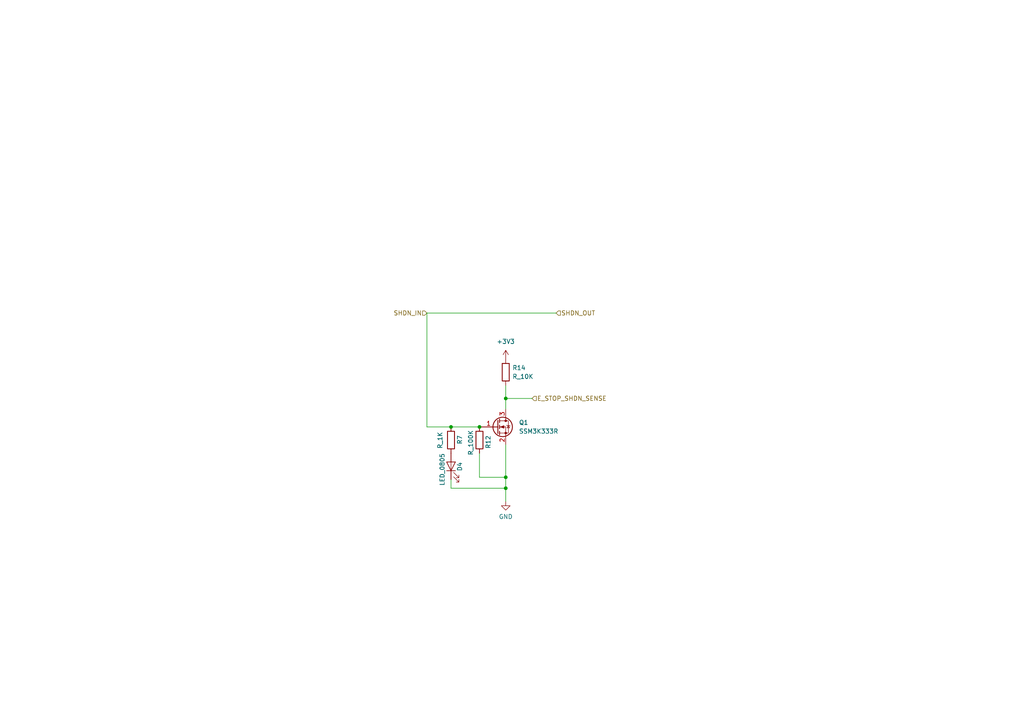
<source format=kicad_sch>
(kicad_sch (version 20211123) (generator eeschema)
  (paper "A4")
  (lib_symbols
    (symbol "formula:LED_0805" (pin_numbers hide) (pin_names (offset 1.016) hide)
      (property "Reference" "D" (at 0 -2.54 0))
      (property "Value" "LED_0805" (at 0 2.54 0))
      (symbol "LED_0805_0_1"
        (polyline (pts (xy -1.27 -1.27) (xy -1.27 1.27)) (stroke (width 0.2032)))
        (polyline (pts (xy -1.27 0) (xy 1.27 0)))
        (polyline (pts (xy 1.27 -1.27) (xy 1.27 1.27) (xy -1.27 0) (xy 1.27 -1.27)) (stroke (width 0.2032)))
        (polyline (pts (xy -3.048 -0.762) (xy -4.572 -2.286) (xy -3.81 -2.286) (xy -4.572 -2.286) (xy -4.572 -1.524)))
        (polyline (pts (xy -1.778 -0.762) (xy -3.302 -2.286) (xy -2.54 -2.286) (xy -3.302 -2.286) (xy -3.302 -1.524)))
      )
      (symbol "LED_0805_1_1"
        (pin passive line (at -3.81 0 0) (length 2.54) (name "K") (number "1"))
        (pin passive line (at 3.81 0 180) (length 2.54) (name "A") (number "2"))
      )
    )
    (symbol "formula:R_100K" (pin_numbers hide) (pin_names (offset 0))
      (property "Reference" "R" (at 2.032 0 90))
      (property "Value" "R_100K" (at -2.54 0 90))
      (symbol "R_100K_0_1"
        (rectangle (start -1.016 -2.54) (end 1.016 2.54) (stroke (width 0.254)))
      )
      (symbol "R_100K_1_1"
        (pin passive line (at 0 3.81 270) (length 1.27) (name "~") (number "1"))
        (pin passive line (at 0 -3.81 90) (length 1.27) (name "~") (number "2"))
      )
    )
    (symbol "formula:R_10K" (pin_numbers hide) (pin_names (offset 0))
      (property "Reference" "R" (at 2.032 0 90))
      (property "Value" "R_10K" (at -2.54 0 90))
      (symbol "R_10K_0_1"
        (rectangle (start -1.016 -2.54) (end 1.016 2.54) (stroke (width 0.254)))
      )
      (symbol "R_10K_1_1"
        (pin passive line (at 0 3.81 270) (length 1.27) (name "~") (number "1"))
        (pin passive line (at 0 -3.81 90) (length 1.27) (name "~") (number "2"))
      )
    )
    (symbol "formula:R_1K" (pin_numbers hide) (pin_names (offset 0))
      (property "Reference" "R" (at 2.032 0 90))
      (property "Value" "R_1K" (at -2.54 0 90))
      (symbol "R_1K_0_1"
        (rectangle (start -1.016 -2.54) (end 1.016 2.54) (stroke (width 0.254)))
      )
      (symbol "R_1K_1_1"
        (pin passive line (at 0 3.81 270) (length 1.27) (name "~") (number "1"))
        (pin passive line (at 0 -3.81 90) (length 1.27) (name "~") (number "2"))
      )
    )
    (symbol "formula:SSM3K333R" (pin_names (offset 0) hide)
      (property "Reference" "Q" (at 5.08 1.905 0))
      (property "Value" "SSM3K333R" (at 5.08 0 0))
      (symbol "SSM3K333R_0_1"
        (polyline (pts (xy 0.762 -1.778) (xy 2.54 -1.778)))
        (polyline (pts (xy 0.762 -1.27) (xy 0.762 -2.286)) (stroke (width 0.254)))
        (polyline (pts (xy 0.762 0) (xy 2.54 0)))
        (polyline (pts (xy 0.762 0.508) (xy 0.762 -0.508)) (stroke (width 0.254)))
        (polyline (pts (xy 0.762 1.778) (xy 2.54 1.778)))
        (polyline (pts (xy 0.762 2.286) (xy 0.762 1.27)) (stroke (width 0.254)))
        (polyline (pts (xy 2.54 -1.778) (xy 2.54 -2.54)))
        (polyline (pts (xy 2.54 -1.778) (xy 2.54 0)))
        (polyline (pts (xy 2.54 2.54) (xy 2.54 1.778)))
        (polyline (pts (xy 0.254 1.905) (xy 0.254 -1.905) (xy 0.254 -1.905)) (stroke (width 0.254)))
        (polyline (pts (xy 1.016 0) (xy 2.032 0.381) (xy 2.032 -0.381) (xy 1.016 0)) (fill (type outline)))
        (polyline (pts (xy 2.54 -1.778) (xy 3.302 -1.778) (xy 3.302 1.778) (xy 2.54 1.778)))
        (polyline (pts (xy 2.794 0.508) (xy 2.921 0.381) (xy 3.683 0.381) (xy 3.81 0.254)))
        (polyline (pts (xy 3.302 0.381) (xy 2.921 -0.254) (xy 3.683 -0.254) (xy 3.302 0.381)))
        (circle (center 1.651 0) (radius 2.8194) (stroke (width 0.254)))
        (circle (center 2.54 -1.778) (radius 0.2794) (fill (type outline)))
        (circle (center 2.54 1.778) (radius 0.2794) (fill (type outline)))
      )
      (symbol "SSM3K333R_1_1"
        (pin input line (at -5.08 0 0) (length 5.334) (name "G") (number "1"))
        (pin passive line (at 2.54 -5.08 90) (length 2.54) (name "S") (number "2"))
        (pin passive line (at 2.54 5.08 270) (length 2.54) (name "D") (number "3"))
      )
    )
    (symbol "power:+3V3" (power) (pin_names (offset 0))
      (property "Value" "+3V3" (at 0 3.556 0))
      (symbol "+3V3_0_1"
        (polyline (pts (xy -0.762 1.27) (xy 0 2.54)))
        (polyline (pts (xy 0 0) (xy 0 2.54)))
        (polyline (pts (xy 0 2.54) (xy 0.762 1.27)))
      )
      (symbol "+3V3_1_1"
        (pin power_in line (at 0 0 90) (length 0) hide (name "+3V3") (number "1"))
      )
    )
    (symbol "power:GND" (power) (pin_names (offset 0))
      (property "Value" "GND" (at 0 -3.81 0))
      (symbol "GND_0_1"
        (polyline (pts (xy 0 0) (xy 0 -1.27) (xy 1.27 -1.27) (xy 0 -2.54) (xy -1.27 -1.27) (xy 0 -1.27)))
      )
      (symbol "GND_1_1"
        (pin power_in line (at 0 0 270) (length 0) hide (name "GND") (number "1"))
      )
    )
  )
  (junction (at 146.685 138.43))
  (junction (at 139.065 123.825))
  (junction (at 146.685 115.57))
  (junction (at 146.685 141.605))
  (junction (at 130.81 123.825))
  (wire (pts (xy 161.29 90.805) (xy 123.825 90.805)))
  (wire (pts (xy 146.685 115.57) (xy 154.305 115.57)))
  (wire (pts (xy 130.81 139.065) (xy 130.81 141.605)))
  (wire (pts (xy 146.685 115.57) (xy 146.685 118.745)))
  (wire (pts (xy 146.685 128.905) (xy 146.685 138.43)))
  (wire (pts (xy 146.685 111.76) (xy 146.685 115.57)))
  (wire (pts (xy 139.065 131.445) (xy 139.065 138.43)))
  (wire (pts (xy 130.81 141.605) (xy 146.685 141.605)))
  (wire (pts (xy 146.685 138.43) (xy 146.685 141.605)))
  (wire (pts (xy 146.685 141.605) (xy 146.685 145.415)))
  (wire (pts (xy 130.81 123.825) (xy 139.065 123.825)))
  (wire (pts (xy 123.825 123.825) (xy 130.81 123.825)))
  (wire (pts (xy 139.065 138.43) (xy 146.685 138.43)))
  (wire (pts (xy 123.825 90.805) (xy 123.825 123.825)))
  (hierarchical_label "SHDN_IN" (shape input) (at 123.825 90.805 180))
  (hierarchical_label "SHDN_OUT" (shape input) (at 161.29 90.805 0))
  (hierarchical_label "E_STOP_SHDN_SENSE" (shape input) (at 154.305 115.57 0))
  (symbol (lib_id "power:+3V3") (at 146.685 104.14 0) (unit 1)
    (property "Reference" "#PWR?" (effects hide))
    (property "Value" "+3V3" (at 146.685 99.06 0))
  )
  (symbol (lib_id "formula:SSM3K333R") (at 144.145 123.825 0) (unit 1)
    (property "Reference" "Q1" (at 150.495 122.5549 0) (effects (justify left)))
    (property "Value" "SSM3K333R" (at 150.495 125.0949 0) (effects (justify left)))
    (property "Footprint" "footprints:SOT-23F" (effects hide))
    (property "Datasheet" "https://drive.google.com/drive/folders/0B-V-iZf33Y4GNzhDQTJZanJRbVk" (effects hide))
    (property "MFN" "DK" (effects hide))
    (property "MPN" "SSM3K333RLFCT-ND" (effects hide))
    (property "PurchasingLink" "https://www.digikey.com/product-detail/en/toshiba-semiconductor-and-storage/SSM3K333RLF/SSM3K333RLFCT-ND/3522391" (effects hide))
  )
  (symbol (lib_id "formula:R_10K") (at 146.685 107.95 0) (unit 1)
    (property "Reference" "R14" (at 148.59 106.6799 0) (effects (justify left)))
    (property "Value" "R_10K" (at 148.59 109.2199 0) (effects (justify left)))
    (property "Footprint" "footprints:R_0805_OEM" (effects hide))
    (property "Datasheet" "http://www.bourns.com/data/global/pdfs/CRS.pdf" (effects hide))
    (property "MFN" "DK" (effects hide))
    (property "MPN" "CRS0805-FX-1002ELFCT-ND" (effects hide))
    (property "PurchasingLink" "https://www.digikey.com/products/en?keywords=CRS0805-FX-1002ELFCT-ND" (effects hide))
  )
  (symbol (lib_id "power:GND") (at 146.685 145.415 0) (unit 1)
    (property "Reference" "#PWR?" (effects hide))
    (property "Value" "GND" (at 146.685 149.86 0))
  )
  (symbol (lib_id "formula:LED_0805") (at 130.81 135.255 90) (unit 1)
    (property "Reference" "D4" (at 133.35 133.985 0) (effects (justify right)))
    (property "Value" "LED_0805" (at 128.27 131.445 0) (effects (justify right)))
    (property "Footprint" "footprints:LED_0805_OEM" (effects hide))
    (property "Datasheet" "http://www.osram-os.com/Graphics/XPic9/00078860_0.pdf" (effects hide))
    (property "MFN" "DK" (effects hide))
    (property "MPN" "475-1410-1-ND" (effects hide))
    (property "PurchasingLink" "https://www.digikey.com/products/en?keywords=475-1410-1-ND" (effects hide))
  )
  (symbol (lib_id "formula:R_1K") (at 130.81 127.635 0) (unit 1)
    (property "Reference" "R7" (at 133.35 128.905 90) (effects (justify left)))
    (property "Value" "R_1K" (at 127.635 130.175 90) (effects (justify left)))
    (property "Footprint" "footprints:R_0805_OEM" (effects hide))
    (property "Datasheet" "https://www.seielect.com/Catalog/SEI-rncp.pdf" (effects hide))
    (property "MFN" "DK" (effects hide))
    (property "MPN" "RNCP0805FTD1K00CT-ND" (effects hide))
    (property "PurchasingLink" "https://www.digikey.com/products/en?keywords=RNCP0805FTD1K00CT-ND" (effects hide))
  )
  (symbol (lib_id "formula:R_100K") (at 139.065 127.635 0) (unit 1)
    (property "Reference" "R12" (at 141.605 130.175 90) (effects (justify left)))
    (property "Value" "R_100K" (at 136.525 132.08 90) (effects (justify left)))
    (property "Footprint" "footprints:R_0805_OEM" (effects hide))
    (property "Datasheet" "https://industrial.panasonic.com/cdbs/www-data/pdf/RDA0000/AOA0000C304.pdf" (effects hide))
    (property "MFN" "DK" (effects hide))
    (property "MPN" "P100KCCT-ND" (effects hide))
    (property "PurchasingLink" "https://www.digikey.com/product-detail/en/panasonic-electronic-components/ERJ-6ENF1003V/P100KCCT-ND/119551" (effects hide))
  )
)
</source>
